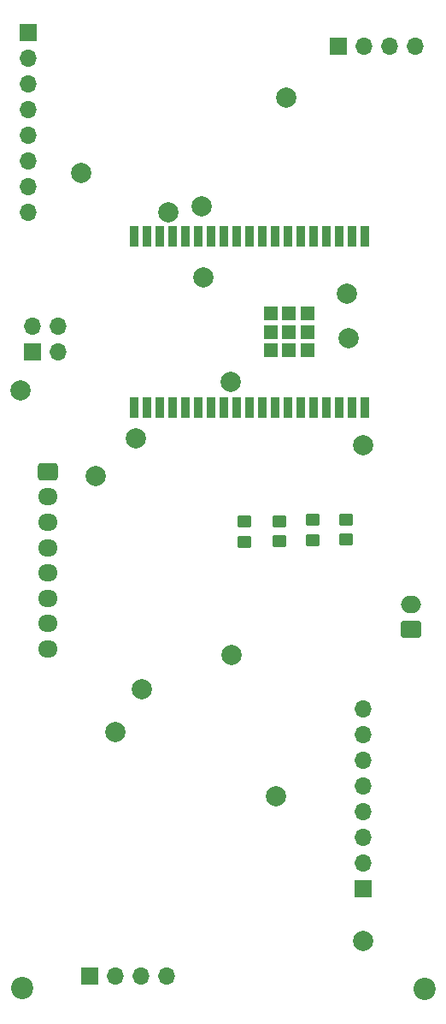
<source format=gbr>
%TF.GenerationSoftware,KiCad,Pcbnew,7.0.9*%
%TF.CreationDate,2023-11-15T19:03:46-05:00*%
%TF.ProjectId,SB2_ACOND_CONN,5342325f-4143-44f4-9e44-5f434f4e4e2e,rev?*%
%TF.SameCoordinates,Original*%
%TF.FileFunction,Soldermask,Bot*%
%TF.FilePolarity,Negative*%
%FSLAX46Y46*%
G04 Gerber Fmt 4.6, Leading zero omitted, Abs format (unit mm)*
G04 Created by KiCad (PCBNEW 7.0.9) date 2023-11-15 19:03:46*
%MOMM*%
%LPD*%
G01*
G04 APERTURE LIST*
G04 Aperture macros list*
%AMRoundRect*
0 Rectangle with rounded corners*
0 $1 Rounding radius*
0 $2 $3 $4 $5 $6 $7 $8 $9 X,Y pos of 4 corners*
0 Add a 4 corners polygon primitive as box body*
4,1,4,$2,$3,$4,$5,$6,$7,$8,$9,$2,$3,0*
0 Add four circle primitives for the rounded corners*
1,1,$1+$1,$2,$3*
1,1,$1+$1,$4,$5*
1,1,$1+$1,$6,$7*
1,1,$1+$1,$8,$9*
0 Add four rect primitives between the rounded corners*
20,1,$1+$1,$2,$3,$4,$5,0*
20,1,$1+$1,$4,$5,$6,$7,0*
20,1,$1+$1,$6,$7,$8,$9,0*
20,1,$1+$1,$8,$9,$2,$3,0*%
G04 Aperture macros list end*
%ADD10C,2.200000*%
%ADD11RoundRect,0.250000X-0.725000X0.600000X-0.725000X-0.600000X0.725000X-0.600000X0.725000X0.600000X0*%
%ADD12O,1.950000X1.700000*%
%ADD13R,1.700000X1.700000*%
%ADD14O,1.700000X1.700000*%
%ADD15RoundRect,0.250000X0.750000X-0.600000X0.750000X0.600000X-0.750000X0.600000X-0.750000X-0.600000X0*%
%ADD16O,2.000000X1.700000*%
%ADD17RoundRect,0.250000X-0.450000X0.350000X-0.450000X-0.350000X0.450000X-0.350000X0.450000X0.350000X0*%
%ADD18R,0.900000X2.000000*%
%ADD19R,1.330000X1.330000*%
%ADD20C,2.000000*%
G04 APERTURE END LIST*
D10*
%TO.C,H2*%
X92430000Y-122440000D03*
%TD*%
D11*
%TO.C,JH1*%
X55070000Y-71340000D03*
D12*
X55070000Y-73840000D03*
X55070000Y-76340000D03*
X55070000Y-78840000D03*
X55070000Y-81340000D03*
X55070000Y-83840000D03*
X55070000Y-86340000D03*
X55070000Y-88840000D03*
%TD*%
D13*
%TO.C,J6*%
X59200000Y-121240000D03*
D14*
X61740000Y-121240000D03*
X64280000Y-121240000D03*
X66820000Y-121240000D03*
%TD*%
D13*
%TO.C,J3*%
X83850000Y-29230000D03*
D14*
X86390000Y-29230000D03*
X88930000Y-29230000D03*
X91470000Y-29230000D03*
%TD*%
D13*
%TO.C,J2*%
X53520000Y-59480000D03*
D14*
X53520000Y-56940000D03*
X56060000Y-59480000D03*
X56060000Y-56940000D03*
%TD*%
D10*
%TO.C,H1*%
X52560000Y-122430000D03*
%TD*%
D13*
%TO.C,J4*%
X86350000Y-112550000D03*
D14*
X86350000Y-110010000D03*
X86350000Y-107470000D03*
X86350000Y-104930000D03*
X86350000Y-102390000D03*
X86350000Y-99850000D03*
X86350000Y-97310000D03*
X86350000Y-94770000D03*
%TD*%
D15*
%TO.C,J1*%
X91020000Y-86960000D03*
D16*
X91020000Y-84460000D03*
%TD*%
D13*
%TO.C,J5*%
X53150000Y-27900000D03*
D14*
X53150000Y-30440000D03*
X53150000Y-32980000D03*
X53150000Y-35520000D03*
X53150000Y-38060000D03*
X53150000Y-40600000D03*
X53150000Y-43140000D03*
X53150000Y-45680000D03*
%TD*%
D17*
%TO.C,R8*%
X77986000Y-76222400D03*
X77986000Y-78222400D03*
%TD*%
%TO.C,R7*%
X81338800Y-76120800D03*
X81338800Y-78120800D03*
%TD*%
D18*
%TO.C,IC1*%
X86480000Y-65020000D03*
X85210000Y-65020000D03*
X83940000Y-65020000D03*
X82670000Y-65020000D03*
X81400000Y-65020000D03*
X80130000Y-65020000D03*
X78860000Y-65020000D03*
X77590000Y-65020000D03*
X76320000Y-65020000D03*
X75050000Y-65020000D03*
X73780000Y-65020000D03*
X72510000Y-65020000D03*
X71240000Y-65020000D03*
X69970000Y-65020000D03*
X68700000Y-65020000D03*
X67430000Y-65020000D03*
X66160000Y-65020000D03*
X64890000Y-65020000D03*
X63620000Y-65020000D03*
X63620000Y-48020000D03*
X64890000Y-48020000D03*
X66160000Y-48020000D03*
X67430000Y-48020000D03*
X68700000Y-48020000D03*
X69970000Y-48020000D03*
X71240000Y-48020000D03*
X72510000Y-48020000D03*
X73780000Y-48020000D03*
X75050000Y-48020000D03*
X76320000Y-48020000D03*
X77590000Y-48020000D03*
X78860000Y-48020000D03*
X80130000Y-48020000D03*
X81400000Y-48020000D03*
X82670000Y-48020000D03*
X83940000Y-48020000D03*
X85210000Y-48020000D03*
X86480000Y-48020000D03*
D19*
X80815000Y-59355000D03*
X78980000Y-59355000D03*
X77145000Y-59355000D03*
X77145000Y-57520000D03*
X77145000Y-55685000D03*
X78980000Y-55685000D03*
X80815000Y-55685000D03*
X80815000Y-57520000D03*
X78980000Y-57520000D03*
%TD*%
D17*
%TO.C,R9*%
X74582400Y-76273200D03*
X74582400Y-78273200D03*
%TD*%
%TO.C,R6*%
X84590000Y-76070000D03*
X84590000Y-78070000D03*
%TD*%
D20*
X70300000Y-45068900D03*
X84690000Y-53700000D03*
X58390000Y-41760000D03*
X77720000Y-103400000D03*
X78737800Y-34339700D03*
X86280000Y-68720000D03*
X73170000Y-62470000D03*
X84880500Y-58160000D03*
X63800000Y-68030000D03*
X67029800Y-45665900D03*
X70520000Y-52110000D03*
X73288100Y-89441900D03*
X86350000Y-117740000D03*
X52390000Y-63280000D03*
X59860000Y-71740000D03*
X61740000Y-97115200D03*
X64418900Y-92867100D03*
M02*

</source>
